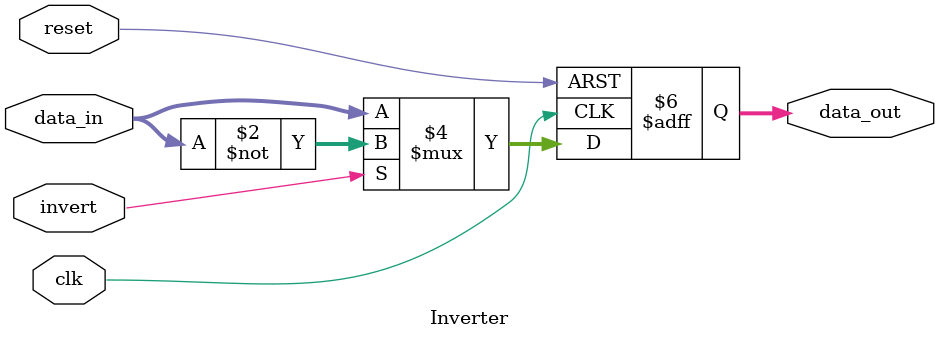
<source format=sv>
`timescale 1ns / 1ps


module Inverter (
  input logic clk,
  input logic reset,
  input logic [7:0] data_in,
  output logic [7:0] data_out,
  input logic invert
);

  always_ff @(posedge clk or posedge reset) begin
    if (reset) begin
      data_out <= 8'h00;
    end else begin
      if (invert)
        data_out <= ~data_in;
      else
        data_out <= data_in;
    end
  end

endmodule

</source>
